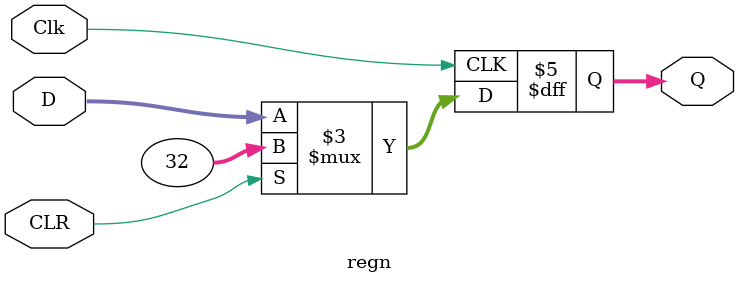
<source format=sv>
module regn
      # (parameter N = 32) 
        (input logic [N-1:0] D, 
         input logic Clk, CLR, 
         output logic [N - 1:0] Q);

  always_ff@(posedge Clk)
  
    if(CLR) Q <= N-1'b0;
    else    Q <= D;

endmodule 
</source>
